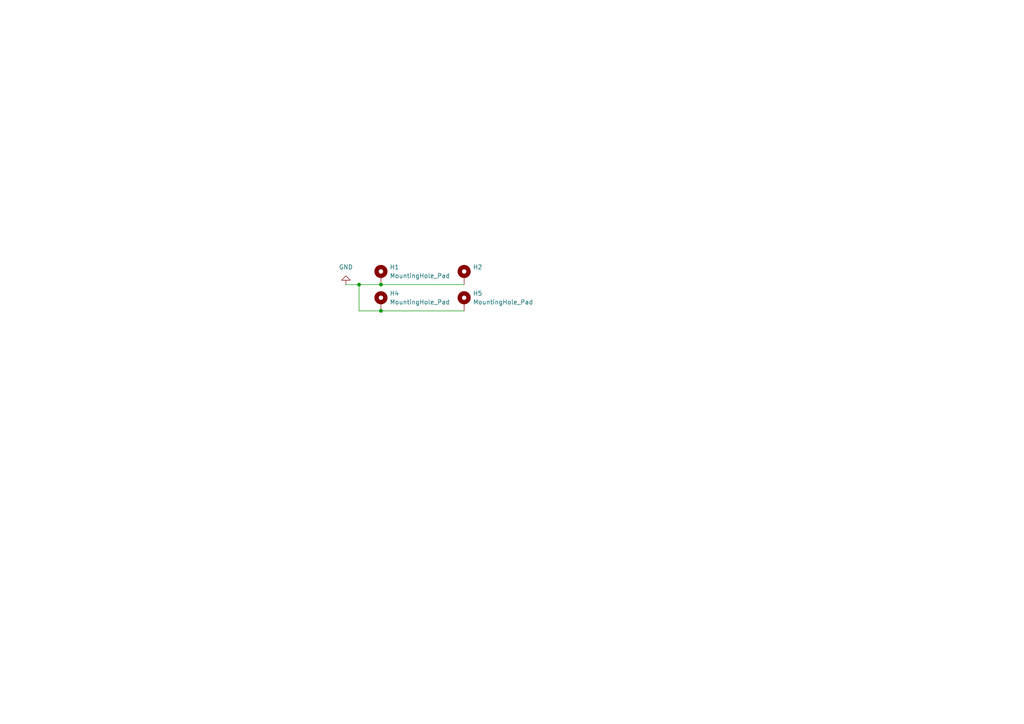
<source format=kicad_sch>
(kicad_sch (version 20250114) (generator "eeschema") (generator_version "9.0")
  (paper "A4")
  (lib_symbols
    (symbol "Mechanical:MountingHole_Pad" (pin_numbers (hide yes)) (pin_names (offset 1.016) (hide yes)) (in_bom no)
      (property "Reference" "H" (at 0 6.35 0))
      (property "Value" "MountingHole_Pad" (at 0 4.445 0))
      (symbol "MountingHole_Pad_0_1"
        (circle (center 0 1.27) (radius 1.27) (stroke (width 1.27)))
      )
      (symbol "MountingHole_Pad_1_1"
        (pin input line (at 0 -2.54 90) (length 2.54) (name "1") (number "1"))
      )
    )
    (symbol "power:GND" (power) (pin_numbers (hide yes)) (pin_names (offset 0) (hide yes))
      (property "Value" "GND" (at 0 -3.81 0))
      (symbol "GND_0_1"
        (polyline (pts (xy 0 0) (xy 0 -1.27) (xy 1.27 -1.27) (xy 0 -2.54) (xy -1.27 -1.27) (xy 0 -1.27)))
      )
      (symbol "GND_1_1"
        (pin power_in line (at 0 0 270) (length 0) (name "~") (number "1"))
      )
    )
  )
  (junction (at 104.14 82.55))
  (junction (at 110.49 82.55))
  (junction (at 110.49 90.17))
  (wire (pts (xy 134.62 90.17) (xy 110.49 90.17)))
  (wire (pts (xy 110.49 82.55) (xy 134.62 82.55)))
  (wire (pts (xy 100.33 82.55) (xy 104.14 82.55)))
  (wire (pts (xy 110.49 90.17) (xy 104.14 90.17)))
  (wire (pts (xy 104.14 90.17) (xy 104.14 82.55)))
  (wire (pts (xy 104.14 82.55) (xy 110.49 82.55)))
  (symbol (lib_id "Mechanical:MountingHole_Pad") (at 110.49 87.63 0) (unit 1) (in_bom no)
    (property "Reference" "H4" (at 113.03 85.0899 0) (effects (justify left)))
    (property "Value" "MountingHole_Pad" (at 113.03 87.6299 0) (effects (justify left)))
    (property "Footprint" "MountingHole:MountingHole_3.2mm_M3_Pad_Via" (effects (hide yes)))
    (property "Description" "Mounting Hole with connection" (effects (hide yes)))
  )
  (symbol (lib_id "Mechanical:MountingHole_Pad") (at 134.62 80.01 0) (unit 1) (in_bom no)
    (property "Reference" "H2" (at 137.16 77.4699 0) (effects (justify left)))
    (property "Value" "MountingHole_Pad" (effects (hide yes)))
    (property "Footprint" "MountingHole:MountingHole_3.2mm_M3_Pad_Via" (effects (hide yes)))
    (property "Description" "Mounting Hole with connection" (effects (hide yes)))
  )
  (symbol (lib_id "Mechanical:MountingHole_Pad") (at 110.49 80.01 0) (unit 1) (in_bom no)
    (property "Reference" "H1" (at 113.03 77.4699 0) (effects (justify left)))
    (property "Value" "MountingHole_Pad" (at 113.03 80.0099 0) (effects (justify left)))
    (property "Footprint" "MountingHole:MountingHole_3.2mm_M3_Pad_Via" (effects (hide yes)))
    (property "Description" "Mounting Hole with connection" (effects (hide yes)))
  )
  (symbol (lib_id "power:GND") (at 100.33 82.55 0) (mirror x) (unit 1)
    (property "Reference" "#PWR0120" (effects (hide yes)))
    (property "Value" "GND" (at 100.33 77.47 0))
    (property "Description" "Power symbol creates a global label with name \"GND\" , ground" (effects (hide yes)))
  )
  (symbol (lib_id "Mechanical:MountingHole_Pad") (at 134.62 87.63 0) (unit 1) (in_bom no)
    (property "Reference" "H5" (at 137.16 85.0899 0) (effects (justify left)))
    (property "Value" "MountingHole_Pad" (at 137.16 87.6299 0) (effects (justify left)))
    (property "Footprint" "MountingHole:MountingHole_3.2mm_M3_Pad_Via" (effects (hide yes)))
    (property "Description" "Mounting Hole with connection" (effects (hide yes)))
  )
)
</source>
